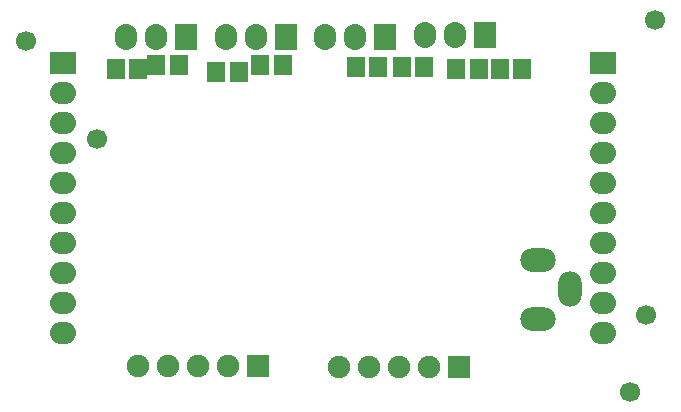
<source format=gbr>
G04 DipTrace 3.3.0.1*
G04 BottomMask.gbr*
%MOIN*%
G04 #@! TF.FileFunction,Soldermask,Bot*
G04 #@! TF.Part,Single*
%ADD24C,0.066929*%
%ADD33O,0.074803X0.086614*%
%ADD35R,0.074803X0.086614*%
%ADD37C,0.074803*%
%ADD38R,0.074803X0.074803*%
%ADD40O,0.07874X0.11811*%
%ADD42O,0.11811X0.07874*%
%ADD44O,0.086614X0.074803*%
%ADD46R,0.086614X0.074803*%
%ADD53R,0.059055X0.066929*%
%FSLAX26Y26*%
G04*
G70*
G90*
G75*
G01*
G04 BotMask*
%LPD*%
D24*
X2507874Y448819D3*
D46*
X618110Y1544488D3*
D44*
Y1444488D3*
Y1344488D3*
Y1244488D3*
Y1144488D3*
Y1044488D3*
Y944488D3*
Y844488D3*
Y744488D3*
Y644488D3*
D46*
X2417323Y1544488D3*
D44*
Y1444488D3*
Y1344488D3*
Y1244488D3*
Y1144488D3*
Y1044488D3*
Y944488D3*
Y844488D3*
Y744488D3*
Y644488D3*
D42*
X2200787Y889763D3*
Y692913D3*
D40*
X2307087Y791338D3*
D38*
X1937008Y531496D3*
D37*
X1837008D3*
X1737008D3*
X1637008D3*
X1537008D3*
D38*
X1270079Y535433D3*
D37*
X1170079D3*
X1070079D3*
X970079D3*
X870079D3*
D35*
X1692913Y1633858D3*
D33*
X1592913D3*
X1492913D3*
D35*
X2023622Y1637795D3*
D33*
X1923622D3*
X1823622D3*
D35*
X1362205Y1633858D3*
D33*
X1262205D3*
X1162205D3*
D35*
X1027559D3*
D33*
X927559D3*
X827559D3*
D24*
X2562992Y704724D3*
X2590551Y1688976D3*
X732283Y1291339D3*
X496063Y1618110D3*
D53*
X1669291Y1531496D3*
X1594488D3*
X1748031D3*
X1822835D3*
X1275591Y1539370D3*
X1350394D3*
X1204724Y1515748D3*
X1129921D3*
X795276Y1527559D3*
X870079D3*
X2149606D3*
X2074803D3*
X1929134D3*
X2003937D3*
X1003937Y1539370D3*
X929134D3*
M02*

</source>
